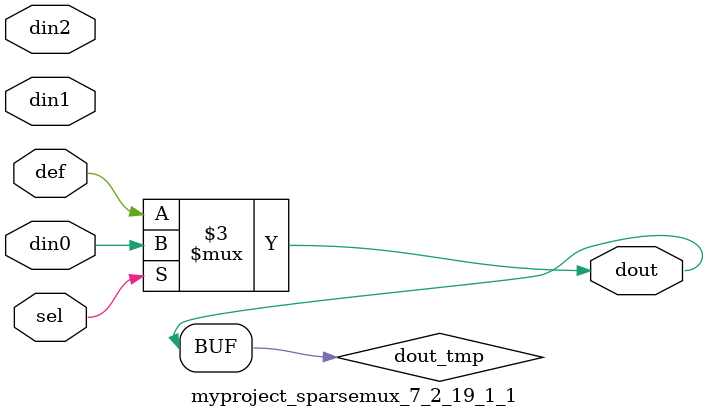
<source format=v>
`timescale 1ns / 1ps

module myproject_sparsemux_7_2_19_1_1 (din0,din1,din2,def,sel,dout);

parameter din0_WIDTH = 1;

parameter din1_WIDTH = 1;

parameter din2_WIDTH = 1;

parameter def_WIDTH = 1;
parameter sel_WIDTH = 1;
parameter dout_WIDTH = 1;

parameter [sel_WIDTH-1:0] CASE0 = 1;

parameter [sel_WIDTH-1:0] CASE1 = 1;

parameter [sel_WIDTH-1:0] CASE2 = 1;

parameter ID = 1;
parameter NUM_STAGE = 1;



input [din0_WIDTH-1:0] din0;

input [din1_WIDTH-1:0] din1;

input [din2_WIDTH-1:0] din2;

input [def_WIDTH-1:0] def;
input [sel_WIDTH-1:0] sel;

output [dout_WIDTH-1:0] dout;



reg [dout_WIDTH-1:0] dout_tmp;


always @ (*) begin
(* parallel_case *) case (sel)
    
    CASE0 : dout_tmp = din0;
    
    CASE1 : dout_tmp = din1;
    
    CASE2 : dout_tmp = din2;
    
    default : dout_tmp = def;
endcase
end


assign dout = dout_tmp;



endmodule

</source>
